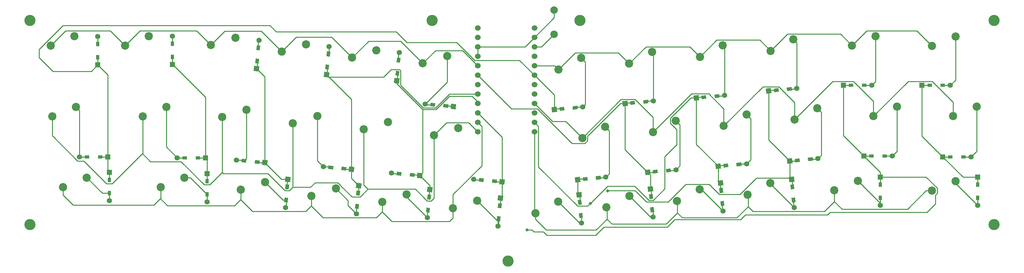
<source format=gbl>
%TF.GenerationSoftware,KiCad,Pcbnew,(5.1.6-0-10_14)*%
%TF.CreationDate,2020-08-12T22:04:00+09:00*%
%TF.ProjectId,cool836,636f6f6c-3833-4362-9e6b-696361645f70,rev?*%
%TF.SameCoordinates,Original*%
%TF.FileFunction,Copper,L2,Bot*%
%TF.FilePolarity,Positive*%
%FSLAX46Y46*%
G04 Gerber Fmt 4.6, Leading zero omitted, Abs format (unit mm)*
G04 Created by KiCad (PCBNEW (5.1.6-0-10_14)) date 2020-08-12 22:04:00*
%MOMM*%
%LPD*%
G01*
G04 APERTURE LIST*
%TA.AperFunction,ComponentPad*%
%ADD10C,1.524000*%
%TD*%
%TA.AperFunction,WasherPad*%
%ADD11C,3.000000*%
%TD*%
%TA.AperFunction,ComponentPad*%
%ADD12C,2.200000*%
%TD*%
%TA.AperFunction,ComponentPad*%
%ADD13C,1.397000*%
%TD*%
%TA.AperFunction,ComponentPad*%
%ADD14R,1.397000X1.397000*%
%TD*%
%TA.AperFunction,SMDPad,CuDef*%
%ADD15R,0.950000X1.300000*%
%TD*%
%TA.AperFunction,ComponentPad*%
%ADD16C,0.100000*%
%TD*%
%TA.AperFunction,SMDPad,CuDef*%
%ADD17C,0.100000*%
%TD*%
%TA.AperFunction,SMDPad,CuDef*%
%ADD18R,1.300000X0.950000*%
%TD*%
%TA.AperFunction,ComponentPad*%
%ADD19C,2.000000*%
%TD*%
%TA.AperFunction,ViaPad*%
%ADD20C,0.800000*%
%TD*%
%TA.AperFunction,Conductor*%
%ADD21C,0.250000*%
%TD*%
G04 APERTURE END LIST*
D10*
%TO.P,U1,1*%
%TO.N,Net-(U1-Pad1)*%
X171288600Y97978000D03*
%TO.P,U1,2*%
%TO.N,Net-(U1-Pad2)*%
X171288600Y95438000D03*
%TO.P,U1,3*%
%TO.N,GND*%
X171288600Y92898000D03*
%TO.P,U1,4*%
X171288600Y90358000D03*
%TO.P,U1,5*%
%TO.N,col0*%
X171288600Y87818000D03*
%TO.P,U1,6*%
%TO.N,row1*%
X171288600Y85278000D03*
%TO.P,U1,7*%
%TO.N,Net-(U1-Pad7)*%
X171288600Y82738000D03*
%TO.P,U1,8*%
%TO.N,row3*%
X171288600Y80198000D03*
%TO.P,U1,9*%
%TO.N,row4*%
X171288600Y77658000D03*
%TO.P,U1,10*%
%TO.N,row5*%
X171288600Y75118000D03*
%TO.P,U1,11*%
%TO.N,col2*%
X171288600Y72578000D03*
%TO.P,U1,12*%
%TO.N,col1*%
X171288600Y70038000D03*
%TO.P,U1,13*%
%TO.N,col5*%
X186508600Y70038000D03*
%TO.P,U1,14*%
%TO.N,row2*%
X186508600Y72578000D03*
%TO.P,U1,15*%
%TO.N,Net-(U1-Pad15)*%
X186508600Y75118000D03*
%TO.P,U1,16*%
%TO.N,col4*%
X186508600Y77658000D03*
%TO.P,U1,17*%
%TO.N,Net-(U1-Pad17)*%
X186508600Y80198000D03*
%TO.P,U1,18*%
%TO.N,Net-(U1-Pad18)*%
X186508600Y82738000D03*
%TO.P,U1,19*%
%TO.N,row0*%
X186508600Y85278000D03*
%TO.P,U1,20*%
%TO.N,col3*%
X186508600Y87818000D03*
%TO.P,U1,21*%
%TO.N,VCC*%
X186508600Y90358000D03*
%TO.P,U1,22*%
%TO.N,reset*%
X186508600Y92898000D03*
%TO.P,U1,23*%
%TO.N,GND*%
X186508600Y95438000D03*
%TO.P,U1,24*%
%TO.N,Net-(U1-Pad24)*%
X186508600Y97978000D03*
%TD*%
D11*
%TO.P,REF\u002A\u002A,*%
%TO.N,*%
X179400000Y35250000D03*
%TD*%
%TO.P,REF\u002A\u002A,*%
%TO.N,*%
X51000000Y45000000D03*
%TD*%
%TO.P,REF\u002A\u002A,*%
%TO.N,*%
X51000000Y100000000D03*
%TD*%
%TO.P,REF\u002A\u002A,*%
%TO.N,*%
X159000000Y100000000D03*
%TD*%
%TO.P,REF\u002A\u002A,*%
%TO.N,*%
X198725000Y100000000D03*
%TD*%
%TO.P,REF\u002A\u002A,*%
%TO.N,*%
X310000000Y45000000D03*
%TD*%
%TO.P,REF\u002A\u002A,*%
%TO.N,*%
X310000000Y100000000D03*
%TD*%
D12*
%TO.P,SW1,1*%
%TO.N,col0*%
X56590000Y93240000D03*
%TO.P,SW1,2*%
%TO.N,Net-(D1-Pad2)*%
X62940000Y95780000D03*
%TD*%
%TO.P,SW7,2*%
%TO.N,Net-(D7-Pad2)*%
X63340000Y76680000D03*
%TO.P,SW7,1*%
%TO.N,col1*%
X56990000Y74140000D03*
%TD*%
D13*
%TO.P,D1,2*%
%TO.N,Net-(D1-Pad2)*%
X69200000Y95635000D03*
D14*
%TO.P,D1,1*%
%TO.N,row0*%
X69200000Y88015000D03*
D15*
X69200000Y90050000D03*
%TO.P,D1,2*%
%TO.N,Net-(D1-Pad2)*%
X69200000Y93600000D03*
%TD*%
D13*
%TO.P,D2,2*%
%TO.N,Net-(D2-Pad2)*%
X89275000Y95785000D03*
D14*
%TO.P,D2,1*%
%TO.N,row1*%
X89275000Y88165000D03*
D15*
X89275000Y90200000D03*
%TO.P,D2,2*%
%TO.N,Net-(D2-Pad2)*%
X89275000Y93750000D03*
%TD*%
D13*
%TO.P,D3,2*%
%TO.N,Net-(D3-Pad2)*%
X112507063Y94620502D03*
%TA.AperFunction,ComponentPad*%
D16*
%TO.P,D3,1*%
%TO.N,row2*%
G36*
X112477901Y86272778D02*
G01*
X111086217Y86394534D01*
X111207973Y87786218D01*
X112599657Y87664462D01*
X112477901Y86272778D01*
G37*
%TD.AperFunction*%
%TA.AperFunction,SMDPad,CuDef*%
D17*
G36*
X112436840Y88367828D02*
G01*
X111490455Y88450626D01*
X111603758Y89745680D01*
X112550143Y89662882D01*
X112436840Y88367828D01*
G37*
%TD.AperFunction*%
%TA.AperFunction,SMDPad,CuDef*%
%TO.P,D3,2*%
%TO.N,Net-(D3-Pad2)*%
G36*
X112746242Y91904320D02*
G01*
X111799857Y91987118D01*
X111913160Y93282172D01*
X112859545Y93199374D01*
X112746242Y91904320D01*
G37*
%TD.AperFunction*%
%TD*%
D13*
%TO.P,D4,2*%
%TO.N,Net-(D4-Pad2)*%
X131332063Y92995502D03*
%TA.AperFunction,ComponentPad*%
D16*
%TO.P,D4,1*%
%TO.N,row3*%
G36*
X131302901Y84647778D02*
G01*
X129911217Y84769534D01*
X130032973Y86161218D01*
X131424657Y86039462D01*
X131302901Y84647778D01*
G37*
%TD.AperFunction*%
%TA.AperFunction,SMDPad,CuDef*%
D17*
G36*
X131261840Y86742828D02*
G01*
X130315455Y86825626D01*
X130428758Y88120680D01*
X131375143Y88037882D01*
X131261840Y86742828D01*
G37*
%TD.AperFunction*%
%TA.AperFunction,SMDPad,CuDef*%
%TO.P,D4,2*%
%TO.N,Net-(D4-Pad2)*%
G36*
X131571242Y90279320D02*
G01*
X130624857Y90362118D01*
X130738160Y91657172D01*
X131684545Y91574374D01*
X131571242Y90279320D01*
G37*
%TD.AperFunction*%
%TD*%
D13*
%TO.P,D5,2*%
%TO.N,Net-(D5-Pad2)*%
X150182063Y91345502D03*
%TA.AperFunction,ComponentPad*%
D16*
%TO.P,D5,1*%
%TO.N,row4*%
G36*
X150152901Y82997778D02*
G01*
X148761217Y83119534D01*
X148882973Y84511218D01*
X150274657Y84389462D01*
X150152901Y82997778D01*
G37*
%TD.AperFunction*%
%TA.AperFunction,SMDPad,CuDef*%
D17*
G36*
X150111840Y85092828D02*
G01*
X149165455Y85175626D01*
X149278758Y86470680D01*
X150225143Y86387882D01*
X150111840Y85092828D01*
G37*
%TD.AperFunction*%
%TA.AperFunction,SMDPad,CuDef*%
%TO.P,D5,2*%
%TO.N,Net-(D5-Pad2)*%
G36*
X150421242Y88629320D02*
G01*
X149474857Y88712118D01*
X149588160Y90007172D01*
X150534545Y89924374D01*
X150421242Y88629320D01*
G37*
%TD.AperFunction*%
%TD*%
D13*
%TO.P,D6,2*%
%TO.N,Net-(D6-Pad2)*%
X157154498Y77482063D03*
%TA.AperFunction,ComponentPad*%
D16*
%TO.P,D6,1*%
%TO.N,row5*%
G36*
X165502222Y77452901D02*
G01*
X165380466Y76061217D01*
X163988782Y76182973D01*
X164110538Y77574657D01*
X165502222Y77452901D01*
G37*
%TD.AperFunction*%
%TA.AperFunction,SMDPad,CuDef*%
D17*
G36*
X163407172Y77411840D02*
G01*
X163324374Y76465455D01*
X162029320Y76578758D01*
X162112118Y77525143D01*
X163407172Y77411840D01*
G37*
%TD.AperFunction*%
%TA.AperFunction,SMDPad,CuDef*%
%TO.P,D6,2*%
%TO.N,Net-(D6-Pad2)*%
G36*
X159870680Y77721242D02*
G01*
X159787882Y76774857D01*
X158492828Y76888160D01*
X158575626Y77834545D01*
X159870680Y77721242D01*
G37*
%TD.AperFunction*%
%TD*%
D18*
%TO.P,D7,2*%
%TO.N,Net-(D7-Pad2)*%
X66325000Y63200000D03*
%TO.P,D7,1*%
%TO.N,row0*%
X69875000Y63200000D03*
D14*
X71910000Y63200000D03*
D13*
%TO.P,D7,2*%
%TO.N,Net-(D7-Pad2)*%
X64290000Y63200000D03*
%TD*%
D18*
%TO.P,D8,2*%
%TO.N,Net-(D8-Pad2)*%
X92600000Y63025000D03*
%TO.P,D8,1*%
%TO.N,row1*%
X96150000Y63025000D03*
D14*
X98185000Y63025000D03*
D13*
%TO.P,D8,2*%
%TO.N,Net-(D8-Pad2)*%
X90565000Y63025000D03*
%TD*%
%TA.AperFunction,SMDPad,CuDef*%
D17*
%TO.P,D9,2*%
%TO.N,Net-(D9-Pad2)*%
G36*
X109195680Y62621242D02*
G01*
X109112882Y61674857D01*
X107817828Y61788160D01*
X107900626Y62734545D01*
X109195680Y62621242D01*
G37*
%TD.AperFunction*%
%TA.AperFunction,SMDPad,CuDef*%
%TO.P,D9,1*%
%TO.N,row2*%
G36*
X112732172Y62311840D02*
G01*
X112649374Y61365455D01*
X111354320Y61478758D01*
X111437118Y62425143D01*
X112732172Y62311840D01*
G37*
%TD.AperFunction*%
%TA.AperFunction,ComponentPad*%
D16*
G36*
X114827222Y62352901D02*
G01*
X114705466Y60961217D01*
X113313782Y61082973D01*
X113435538Y62474657D01*
X114827222Y62352901D01*
G37*
%TD.AperFunction*%
D13*
%TO.P,D9,2*%
%TO.N,Net-(D9-Pad2)*%
X106479498Y62382063D03*
%TD*%
%TA.AperFunction,SMDPad,CuDef*%
D17*
%TO.P,D10,2*%
%TO.N,Net-(D10-Pad2)*%
G36*
X132495680Y60821242D02*
G01*
X132412882Y59874857D01*
X131117828Y59988160D01*
X131200626Y60934545D01*
X132495680Y60821242D01*
G37*
%TD.AperFunction*%
%TA.AperFunction,SMDPad,CuDef*%
%TO.P,D10,1*%
%TO.N,row3*%
G36*
X136032172Y60511840D02*
G01*
X135949374Y59565455D01*
X134654320Y59678758D01*
X134737118Y60625143D01*
X136032172Y60511840D01*
G37*
%TD.AperFunction*%
%TA.AperFunction,ComponentPad*%
D16*
G36*
X138127222Y60552901D02*
G01*
X138005466Y59161217D01*
X136613782Y59282973D01*
X136735538Y60674657D01*
X138127222Y60552901D01*
G37*
%TD.AperFunction*%
D13*
%TO.P,D10,2*%
%TO.N,Net-(D10-Pad2)*%
X129779498Y60582063D03*
%TD*%
%TA.AperFunction,SMDPad,CuDef*%
D17*
%TO.P,D11,2*%
%TO.N,Net-(D11-Pad2)*%
G36*
X150845680Y59146242D02*
G01*
X150762882Y58199857D01*
X149467828Y58313160D01*
X149550626Y59259545D01*
X150845680Y59146242D01*
G37*
%TD.AperFunction*%
%TA.AperFunction,SMDPad,CuDef*%
%TO.P,D11,1*%
%TO.N,row4*%
G36*
X154382172Y58836840D02*
G01*
X154299374Y57890455D01*
X153004320Y58003758D01*
X153087118Y58950143D01*
X154382172Y58836840D01*
G37*
%TD.AperFunction*%
%TA.AperFunction,ComponentPad*%
D16*
G36*
X156477222Y58877901D02*
G01*
X156355466Y57486217D01*
X154963782Y57607973D01*
X155085538Y58999657D01*
X156477222Y58877901D01*
G37*
%TD.AperFunction*%
D13*
%TO.P,D11,2*%
%TO.N,Net-(D11-Pad2)*%
X148129498Y58907063D03*
%TD*%
%TO.P,D12,2*%
%TO.N,Net-(D12-Pad2)*%
X170204498Y57207063D03*
%TA.AperFunction,ComponentPad*%
D16*
%TO.P,D12,1*%
%TO.N,row5*%
G36*
X178552222Y57177901D02*
G01*
X178430466Y55786217D01*
X177038782Y55907973D01*
X177160538Y57299657D01*
X178552222Y57177901D01*
G37*
%TD.AperFunction*%
%TA.AperFunction,SMDPad,CuDef*%
D17*
G36*
X176457172Y57136840D02*
G01*
X176374374Y56190455D01*
X175079320Y56303758D01*
X175162118Y57250143D01*
X176457172Y57136840D01*
G37*
%TD.AperFunction*%
%TA.AperFunction,SMDPad,CuDef*%
%TO.P,D12,2*%
%TO.N,Net-(D12-Pad2)*%
G36*
X172920680Y57446242D02*
G01*
X172837882Y56499857D01*
X171542828Y56613160D01*
X171625626Y57559545D01*
X172920680Y57446242D01*
G37*
%TD.AperFunction*%
%TD*%
D13*
%TO.P,D13,2*%
%TO.N,Net-(D13-Pad2)*%
X72325000Y51440000D03*
D14*
%TO.P,D13,1*%
%TO.N,row0*%
X72325000Y59060000D03*
D15*
X72325000Y57025000D03*
%TO.P,D13,2*%
%TO.N,Net-(D13-Pad2)*%
X72325000Y53475000D03*
%TD*%
D13*
%TO.P,D14,2*%
%TO.N,Net-(D14-Pad2)*%
X98575000Y51140000D03*
D14*
%TO.P,D14,1*%
%TO.N,row1*%
X98575000Y58760000D03*
D15*
X98575000Y56725000D03*
%TO.P,D14,2*%
%TO.N,Net-(D14-Pad2)*%
X98575000Y53175000D03*
%TD*%
D13*
%TO.P,D15,2*%
%TO.N,Net-(D15-Pad2)*%
X119617937Y49604498D03*
%TA.AperFunction,ComponentPad*%
D16*
%TO.P,D15,1*%
%TO.N,row2*%
G36*
X119647099Y57952222D02*
G01*
X121038783Y57830466D01*
X120917027Y56438782D01*
X119525343Y56560538D01*
X119647099Y57952222D01*
G37*
%TD.AperFunction*%
%TA.AperFunction,SMDPad,CuDef*%
D17*
G36*
X119688160Y55857172D02*
G01*
X120634545Y55774374D01*
X120521242Y54479320D01*
X119574857Y54562118D01*
X119688160Y55857172D01*
G37*
%TD.AperFunction*%
%TA.AperFunction,SMDPad,CuDef*%
%TO.P,D15,2*%
%TO.N,Net-(D15-Pad2)*%
G36*
X119378758Y52320680D02*
G01*
X120325143Y52237882D01*
X120211840Y50942828D01*
X119265455Y51025626D01*
X119378758Y52320680D01*
G37*
%TD.AperFunction*%
%TD*%
D13*
%TO.P,D16,2*%
%TO.N,Net-(D16-Pad2)*%
X138667937Y47929498D03*
%TA.AperFunction,ComponentPad*%
D16*
%TO.P,D16,1*%
%TO.N,row3*%
G36*
X138697099Y56277222D02*
G01*
X140088783Y56155466D01*
X139967027Y54763782D01*
X138575343Y54885538D01*
X138697099Y56277222D01*
G37*
%TD.AperFunction*%
%TA.AperFunction,SMDPad,CuDef*%
D17*
G36*
X138738160Y54182172D02*
G01*
X139684545Y54099374D01*
X139571242Y52804320D01*
X138624857Y52887118D01*
X138738160Y54182172D01*
G37*
%TD.AperFunction*%
%TA.AperFunction,SMDPad,CuDef*%
%TO.P,D16,2*%
%TO.N,Net-(D16-Pad2)*%
G36*
X138428758Y50645680D02*
G01*
X139375143Y50562882D01*
X139261840Y49267828D01*
X138315455Y49350626D01*
X138428758Y50645680D01*
G37*
%TD.AperFunction*%
%TD*%
D13*
%TO.P,D17,2*%
%TO.N,Net-(D17-Pad2)*%
X157742937Y46879498D03*
%TA.AperFunction,ComponentPad*%
D16*
%TO.P,D17,1*%
%TO.N,row4*%
G36*
X157772099Y55227222D02*
G01*
X159163783Y55105466D01*
X159042027Y53713782D01*
X157650343Y53835538D01*
X157772099Y55227222D01*
G37*
%TD.AperFunction*%
%TA.AperFunction,SMDPad,CuDef*%
D17*
G36*
X157813160Y53132172D02*
G01*
X158759545Y53049374D01*
X158646242Y51754320D01*
X157699857Y51837118D01*
X157813160Y53132172D01*
G37*
%TD.AperFunction*%
%TA.AperFunction,SMDPad,CuDef*%
%TO.P,D17,2*%
%TO.N,Net-(D17-Pad2)*%
G36*
X157503758Y49595680D02*
G01*
X158450143Y49512882D01*
X158336840Y48217828D01*
X157390455Y48300626D01*
X157503758Y49595680D01*
G37*
%TD.AperFunction*%
%TD*%
%TA.AperFunction,SMDPad,CuDef*%
%TO.P,D18,2*%
%TO.N,Net-(D18-Pad2)*%
G36*
X176478758Y47295680D02*
G01*
X177425143Y47212882D01*
X177311840Y45917828D01*
X176365455Y46000626D01*
X176478758Y47295680D01*
G37*
%TD.AperFunction*%
%TA.AperFunction,SMDPad,CuDef*%
%TO.P,D18,1*%
%TO.N,row5*%
G36*
X176788160Y50832172D02*
G01*
X177734545Y50749374D01*
X177621242Y49454320D01*
X176674857Y49537118D01*
X176788160Y50832172D01*
G37*
%TD.AperFunction*%
%TA.AperFunction,ComponentPad*%
D16*
G36*
X176747099Y52927222D02*
G01*
X178138783Y52805466D01*
X178017027Y51413782D01*
X176625343Y51535538D01*
X176747099Y52927222D01*
G37*
%TD.AperFunction*%
D13*
%TO.P,D18,2*%
%TO.N,Net-(D18-Pad2)*%
X176717937Y44579498D03*
%TD*%
%TA.AperFunction,SMDPad,CuDef*%
D17*
%TO.P,D19,2*%
%TO.N,Net-(D19-Pad2)*%
G36*
X196830364Y75954558D02*
G01*
X196747566Y76900943D01*
X198042620Y77014246D01*
X198125418Y76067861D01*
X196830364Y75954558D01*
G37*
%TD.AperFunction*%
%TA.AperFunction,SMDPad,CuDef*%
%TO.P,D19,1*%
%TO.N,row0*%
G36*
X193293872Y75645156D02*
G01*
X193211074Y76591541D01*
X194506128Y76704844D01*
X194588926Y75758459D01*
X193293872Y75645156D01*
G37*
%TD.AperFunction*%
%TA.AperFunction,ComponentPad*%
D16*
G36*
X191237780Y75240918D02*
G01*
X191116024Y76632602D01*
X192507708Y76754358D01*
X192629464Y75362674D01*
X191237780Y75240918D01*
G37*
%TD.AperFunction*%
D13*
%TO.P,D19,2*%
%TO.N,Net-(D19-Pad2)*%
X199463748Y76661764D03*
%TD*%
%TA.AperFunction,SMDPad,CuDef*%
D17*
%TO.P,D20,2*%
%TO.N,Net-(D20-Pad2)*%
G36*
X215812118Y77574857D02*
G01*
X215729320Y78521242D01*
X217024374Y78634545D01*
X217107172Y77688160D01*
X215812118Y77574857D01*
G37*
%TD.AperFunction*%
%TA.AperFunction,SMDPad,CuDef*%
%TO.P,D20,1*%
%TO.N,row1*%
G36*
X212275626Y77265455D02*
G01*
X212192828Y78211840D01*
X213487882Y78325143D01*
X213570680Y77378758D01*
X212275626Y77265455D01*
G37*
%TD.AperFunction*%
%TA.AperFunction,ComponentPad*%
D16*
G36*
X210219534Y76861217D02*
G01*
X210097778Y78252901D01*
X211489462Y78374657D01*
X211611218Y76982973D01*
X210219534Y76861217D01*
G37*
%TD.AperFunction*%
D13*
%TO.P,D20,2*%
%TO.N,Net-(D20-Pad2)*%
X218445502Y78282063D03*
%TD*%
%TA.AperFunction,SMDPad,CuDef*%
D17*
%TO.P,D21,2*%
%TO.N,Net-(D21-Pad2)*%
G36*
X234962118Y79099857D02*
G01*
X234879320Y80046242D01*
X236174374Y80159545D01*
X236257172Y79213160D01*
X234962118Y79099857D01*
G37*
%TD.AperFunction*%
%TA.AperFunction,SMDPad,CuDef*%
%TO.P,D21,1*%
%TO.N,row2*%
G36*
X231425626Y78790455D02*
G01*
X231342828Y79736840D01*
X232637882Y79850143D01*
X232720680Y78903758D01*
X231425626Y78790455D01*
G37*
%TD.AperFunction*%
%TA.AperFunction,ComponentPad*%
D16*
G36*
X229369534Y78386217D02*
G01*
X229247778Y79777901D01*
X230639462Y79899657D01*
X230761218Y78507973D01*
X229369534Y78386217D01*
G37*
%TD.AperFunction*%
D13*
%TO.P,D21,2*%
%TO.N,Net-(D21-Pad2)*%
X237595502Y79807063D03*
%TD*%
%TA.AperFunction,SMDPad,CuDef*%
D17*
%TO.P,D22,2*%
%TO.N,Net-(D22-Pad2)*%
G36*
X254387118Y80999857D02*
G01*
X254304320Y81946242D01*
X255599374Y82059545D01*
X255682172Y81113160D01*
X254387118Y80999857D01*
G37*
%TD.AperFunction*%
%TA.AperFunction,SMDPad,CuDef*%
%TO.P,D22,1*%
%TO.N,row3*%
G36*
X250850626Y80690455D02*
G01*
X250767828Y81636840D01*
X252062882Y81750143D01*
X252145680Y80803758D01*
X250850626Y80690455D01*
G37*
%TD.AperFunction*%
%TA.AperFunction,ComponentPad*%
D16*
G36*
X248794534Y80286217D02*
G01*
X248672778Y81677901D01*
X250064462Y81799657D01*
X250186218Y80407973D01*
X248794534Y80286217D01*
G37*
%TD.AperFunction*%
D13*
%TO.P,D22,2*%
%TO.N,Net-(D22-Pad2)*%
X257020502Y81707063D03*
%TD*%
D18*
%TO.P,D23,2*%
%TO.N,Net-(D23-Pad2)*%
X275075000Y82550000D03*
%TO.P,D23,1*%
%TO.N,row4*%
X271525000Y82550000D03*
D14*
X269490000Y82550000D03*
D13*
%TO.P,D23,2*%
%TO.N,Net-(D23-Pad2)*%
X277110000Y82550000D03*
%TD*%
%TO.P,D24,2*%
%TO.N,Net-(D24-Pad2)*%
X298260000Y82550000D03*
D14*
%TO.P,D24,1*%
%TO.N,row5*%
X290640000Y82550000D03*
D18*
X292675000Y82550000D03*
%TO.P,D24,2*%
%TO.N,Net-(D24-Pad2)*%
X296225000Y82550000D03*
%TD*%
D13*
%TO.P,D25,2*%
%TO.N,Net-(D25-Pad2)*%
X205720502Y57807063D03*
%TA.AperFunction,ComponentPad*%
D16*
%TO.P,D25,1*%
%TO.N,row0*%
G36*
X197494534Y56386217D02*
G01*
X197372778Y57777901D01*
X198764462Y57899657D01*
X198886218Y56507973D01*
X197494534Y56386217D01*
G37*
%TD.AperFunction*%
%TA.AperFunction,SMDPad,CuDef*%
D17*
G36*
X199550626Y56790455D02*
G01*
X199467828Y57736840D01*
X200762882Y57850143D01*
X200845680Y56903758D01*
X199550626Y56790455D01*
G37*
%TD.AperFunction*%
%TA.AperFunction,SMDPad,CuDef*%
%TO.P,D25,2*%
%TO.N,Net-(D25-Pad2)*%
G36*
X203087118Y57099857D02*
G01*
X203004320Y58046242D01*
X204299374Y58159545D01*
X204382172Y57213160D01*
X203087118Y57099857D01*
G37*
%TD.AperFunction*%
%TD*%
D13*
%TO.P,D26,2*%
%TO.N,Net-(D26-Pad2)*%
X224538748Y59786764D03*
%TA.AperFunction,ComponentPad*%
D16*
%TO.P,D26,1*%
%TO.N,row1*%
G36*
X216312780Y58365918D02*
G01*
X216191024Y59757602D01*
X217582708Y59879358D01*
X217704464Y58487674D01*
X216312780Y58365918D01*
G37*
%TD.AperFunction*%
%TA.AperFunction,SMDPad,CuDef*%
D17*
G36*
X218368872Y58770156D02*
G01*
X218286074Y59716541D01*
X219581128Y59829844D01*
X219663926Y58883459D01*
X218368872Y58770156D01*
G37*
%TD.AperFunction*%
%TA.AperFunction,SMDPad,CuDef*%
%TO.P,D26,2*%
%TO.N,Net-(D26-Pad2)*%
G36*
X221905364Y59079558D02*
G01*
X221822566Y60025943D01*
X223117620Y60139246D01*
X223200418Y59192861D01*
X221905364Y59079558D01*
G37*
%TD.AperFunction*%
%TD*%
D13*
%TO.P,D27,2*%
%TO.N,Net-(D27-Pad2)*%
X243488748Y61411764D03*
%TA.AperFunction,ComponentPad*%
D16*
%TO.P,D27,1*%
%TO.N,row2*%
G36*
X235262780Y59990918D02*
G01*
X235141024Y61382602D01*
X236532708Y61504358D01*
X236654464Y60112674D01*
X235262780Y59990918D01*
G37*
%TD.AperFunction*%
%TA.AperFunction,SMDPad,CuDef*%
D17*
G36*
X237318872Y60395156D02*
G01*
X237236074Y61341541D01*
X238531128Y61454844D01*
X238613926Y60508459D01*
X237318872Y60395156D01*
G37*
%TD.AperFunction*%
%TA.AperFunction,SMDPad,CuDef*%
%TO.P,D27,2*%
%TO.N,Net-(D27-Pad2)*%
G36*
X240855364Y60704558D02*
G01*
X240772566Y61650943D01*
X242067620Y61764246D01*
X242150418Y60817861D01*
X240855364Y60704558D01*
G37*
%TD.AperFunction*%
%TD*%
D13*
%TO.P,D28,2*%
%TO.N,Net-(D28-Pad2)*%
X262695502Y62807063D03*
%TA.AperFunction,ComponentPad*%
D16*
%TO.P,D28,1*%
%TO.N,row3*%
G36*
X254469534Y61386217D02*
G01*
X254347778Y62777901D01*
X255739462Y62899657D01*
X255861218Y61507973D01*
X254469534Y61386217D01*
G37*
%TD.AperFunction*%
%TA.AperFunction,SMDPad,CuDef*%
D17*
G36*
X256525626Y61790455D02*
G01*
X256442828Y62736840D01*
X257737882Y62850143D01*
X257820680Y61903758D01*
X256525626Y61790455D01*
G37*
%TD.AperFunction*%
%TA.AperFunction,SMDPad,CuDef*%
%TO.P,D28,2*%
%TO.N,Net-(D28-Pad2)*%
G36*
X260062118Y62099857D02*
G01*
X259979320Y63046242D01*
X261274374Y63159545D01*
X261357172Y62213160D01*
X260062118Y62099857D01*
G37*
%TD.AperFunction*%
%TD*%
D13*
%TO.P,D29,2*%
%TO.N,Net-(D29-Pad2)*%
X282660000Y63475000D03*
D14*
%TO.P,D29,1*%
%TO.N,row4*%
X275040000Y63475000D03*
D18*
X277075000Y63475000D03*
%TO.P,D29,2*%
%TO.N,Net-(D29-Pad2)*%
X280625000Y63475000D03*
%TD*%
%TO.P,D30,2*%
%TO.N,Net-(D30-Pad2)*%
X301800000Y63250000D03*
%TO.P,D30,1*%
%TO.N,row5*%
X298250000Y63250000D03*
D14*
X296215000Y63250000D03*
D13*
%TO.P,D30,2*%
%TO.N,Net-(D30-Pad2)*%
X303835000Y63250000D03*
%TD*%
%TA.AperFunction,SMDPad,CuDef*%
D17*
%TO.P,D31,2*%
%TO.N,Net-(D31-Pad2)*%
G36*
X198474857Y48087882D02*
G01*
X199421242Y48170680D01*
X199534545Y46875626D01*
X198588160Y46792828D01*
X198474857Y48087882D01*
G37*
%TD.AperFunction*%
%TA.AperFunction,SMDPad,CuDef*%
%TO.P,D31,1*%
%TO.N,row0*%
G36*
X198165455Y51624374D02*
G01*
X199111840Y51707172D01*
X199225143Y50412118D01*
X198278758Y50329320D01*
X198165455Y51624374D01*
G37*
%TD.AperFunction*%
%TA.AperFunction,ComponentPad*%
D16*
G36*
X197761217Y53680466D02*
G01*
X199152901Y53802222D01*
X199274657Y52410538D01*
X197882973Y52288782D01*
X197761217Y53680466D01*
G37*
%TD.AperFunction*%
D13*
%TO.P,D31,2*%
%TO.N,Net-(D31-Pad2)*%
X199182063Y45454498D03*
%TD*%
%TA.AperFunction,SMDPad,CuDef*%
D17*
%TO.P,D32,2*%
%TO.N,Net-(D32-Pad2)*%
G36*
X217629558Y49669636D02*
G01*
X218575943Y49752434D01*
X218689246Y48457380D01*
X217742861Y48374582D01*
X217629558Y49669636D01*
G37*
%TD.AperFunction*%
%TA.AperFunction,SMDPad,CuDef*%
%TO.P,D32,1*%
%TO.N,row1*%
G36*
X217320156Y53206128D02*
G01*
X218266541Y53288926D01*
X218379844Y51993872D01*
X217433459Y51911074D01*
X217320156Y53206128D01*
G37*
%TD.AperFunction*%
%TA.AperFunction,ComponentPad*%
D16*
G36*
X216915918Y55262220D02*
G01*
X218307602Y55383976D01*
X218429358Y53992292D01*
X217037674Y53870536D01*
X216915918Y55262220D01*
G37*
%TD.AperFunction*%
D13*
%TO.P,D32,2*%
%TO.N,Net-(D32-Pad2)*%
X218336764Y47036252D03*
%TD*%
%TA.AperFunction,SMDPad,CuDef*%
D17*
%TO.P,D33,2*%
%TO.N,Net-(D33-Pad2)*%
G36*
X236474857Y51287882D02*
G01*
X237421242Y51370680D01*
X237534545Y50075626D01*
X236588160Y49992828D01*
X236474857Y51287882D01*
G37*
%TD.AperFunction*%
%TA.AperFunction,SMDPad,CuDef*%
%TO.P,D33,1*%
%TO.N,row2*%
G36*
X236165455Y54824374D02*
G01*
X237111840Y54907172D01*
X237225143Y53612118D01*
X236278758Y53529320D01*
X236165455Y54824374D01*
G37*
%TD.AperFunction*%
%TA.AperFunction,ComponentPad*%
D16*
G36*
X235761217Y56880466D02*
G01*
X237152901Y57002222D01*
X237274657Y55610538D01*
X235882973Y55488782D01*
X235761217Y56880466D01*
G37*
%TD.AperFunction*%
D13*
%TO.P,D33,2*%
%TO.N,Net-(D33-Pad2)*%
X237182063Y48654498D03*
%TD*%
%TA.AperFunction,SMDPad,CuDef*%
D17*
%TO.P,D34,2*%
%TO.N,Net-(D34-Pad2)*%
G36*
X255574857Y52262882D02*
G01*
X256521242Y52345680D01*
X256634545Y51050626D01*
X255688160Y50967828D01*
X255574857Y52262882D01*
G37*
%TD.AperFunction*%
%TA.AperFunction,SMDPad,CuDef*%
%TO.P,D34,1*%
%TO.N,row3*%
G36*
X255265455Y55799374D02*
G01*
X256211840Y55882172D01*
X256325143Y54587118D01*
X255378758Y54504320D01*
X255265455Y55799374D01*
G37*
%TD.AperFunction*%
%TA.AperFunction,ComponentPad*%
D16*
G36*
X254861217Y57855466D02*
G01*
X256252901Y57977222D01*
X256374657Y56585538D01*
X254982973Y56463782D01*
X254861217Y57855466D01*
G37*
%TD.AperFunction*%
D13*
%TO.P,D34,2*%
%TO.N,Net-(D34-Pad2)*%
X256282063Y49629498D03*
%TD*%
D15*
%TO.P,D35,2*%
%TO.N,Net-(D35-Pad2)*%
X279450000Y52225000D03*
%TO.P,D35,1*%
%TO.N,row4*%
X279450000Y55775000D03*
D14*
X279450000Y57810000D03*
D13*
%TO.P,D35,2*%
%TO.N,Net-(D35-Pad2)*%
X279450000Y50190000D03*
%TD*%
D15*
%TO.P,D36,2*%
%TO.N,Net-(D36-Pad2)*%
X305575000Y52225000D03*
%TO.P,D36,1*%
%TO.N,row5*%
X305575000Y55775000D03*
D14*
X305575000Y57810000D03*
D13*
%TO.P,D36,2*%
%TO.N,Net-(D36-Pad2)*%
X305575000Y50190000D03*
%TD*%
D12*
%TO.P,SW2,1*%
%TO.N,col0*%
X76590000Y93240000D03*
%TO.P,SW2,2*%
%TO.N,Net-(D2-Pad2)*%
X82940000Y95780000D03*
%TD*%
%TO.P,SW3,1*%
%TO.N,col0*%
X99625874Y93362398D03*
%TO.P,SW3,2*%
%TO.N,Net-(D3-Pad2)*%
X106173086Y95339293D03*
%TD*%
%TO.P,SW4,1*%
%TO.N,col0*%
X118625874Y91562398D03*
%TO.P,SW4,2*%
%TO.N,Net-(D4-Pad2)*%
X125173086Y93539293D03*
%TD*%
%TO.P,SW5,1*%
%TO.N,col0*%
X137525874Y89962398D03*
%TO.P,SW5,2*%
%TO.N,Net-(D5-Pad2)*%
X144073086Y91939293D03*
%TD*%
%TO.P,SW6,1*%
%TO.N,col0*%
X156525874Y88462398D03*
%TO.P,SW6,2*%
%TO.N,Net-(D6-Pad2)*%
X163073086Y90439293D03*
%TD*%
%TO.P,SW8,2*%
%TO.N,Net-(D8-Pad2)*%
X87640000Y76680000D03*
%TO.P,SW8,1*%
%TO.N,col1*%
X81290000Y74140000D03*
%TD*%
%TO.P,SW9,2*%
%TO.N,Net-(D9-Pad2)*%
X109173086Y75939293D03*
%TO.P,SW9,1*%
%TO.N,col1*%
X102625874Y73962398D03*
%TD*%
%TO.P,SW10,2*%
%TO.N,Net-(D10-Pad2)*%
X128173086Y74239293D03*
%TO.P,SW10,1*%
%TO.N,col1*%
X121625874Y72262398D03*
%TD*%
%TO.P,SW11,2*%
%TO.N,Net-(D11-Pad2)*%
X147173086Y72639293D03*
%TO.P,SW11,1*%
%TO.N,col1*%
X140625874Y70662398D03*
%TD*%
%TO.P,SW12,2*%
%TO.N,Net-(D12-Pad2)*%
X166073086Y71039293D03*
%TO.P,SW12,1*%
%TO.N,col1*%
X159525874Y69062398D03*
%TD*%
%TO.P,SW13,1*%
%TO.N,col2*%
X59890000Y55140000D03*
%TO.P,SW13,2*%
%TO.N,Net-(D13-Pad2)*%
X66240000Y57680000D03*
%TD*%
%TO.P,SW14,1*%
%TO.N,col2*%
X86090000Y55140000D03*
%TO.P,SW14,2*%
%TO.N,Net-(D14-Pad2)*%
X92440000Y57680000D03*
%TD*%
%TO.P,SW15,1*%
%TO.N,col2*%
X107625874Y54462398D03*
%TO.P,SW15,2*%
%TO.N,Net-(D15-Pad2)*%
X114173086Y56439293D03*
%TD*%
%TO.P,SW16,1*%
%TO.N,col2*%
X126625874Y52762398D03*
%TO.P,SW16,2*%
%TO.N,Net-(D16-Pad2)*%
X133173086Y54739293D03*
%TD*%
%TO.P,SW17,1*%
%TO.N,col2*%
X145625874Y51162398D03*
%TO.P,SW17,2*%
%TO.N,Net-(D17-Pad2)*%
X152173086Y53139293D03*
%TD*%
%TO.P,SW18,1*%
%TO.N,col2*%
X164625874Y49462398D03*
%TO.P,SW18,2*%
%TO.N,Net-(D18-Pad2)*%
X171173086Y51439293D03*
%TD*%
%TO.P,SW19,2*%
%TO.N,Net-(D19-Pad2)*%
X199087583Y89882045D03*
%TO.P,SW19,1*%
%TO.N,col3*%
X192983123Y86798271D03*
%TD*%
%TO.P,SW20,2*%
%TO.N,Net-(D20-Pad2)*%
X218087583Y91482045D03*
%TO.P,SW20,1*%
%TO.N,col3*%
X211983123Y88398271D03*
%TD*%
%TO.P,SW21,2*%
%TO.N,Net-(D21-Pad2)*%
X237087583Y93282045D03*
%TO.P,SW21,1*%
%TO.N,col3*%
X230983123Y90198271D03*
%TD*%
%TO.P,SW22,2*%
%TO.N,Net-(D22-Pad2)*%
X256087583Y94882045D03*
%TO.P,SW22,1*%
%TO.N,col3*%
X249983123Y91798271D03*
%TD*%
%TO.P,SW23,2*%
%TO.N,Net-(D23-Pad2)*%
X278140000Y95780000D03*
%TO.P,SW23,1*%
%TO.N,col3*%
X271790000Y93240000D03*
%TD*%
%TO.P,SW24,2*%
%TO.N,Net-(D24-Pad2)*%
X299640000Y95680000D03*
%TO.P,SW24,1*%
%TO.N,col3*%
X293290000Y93140000D03*
%TD*%
%TO.P,SW25,1*%
%TO.N,col4*%
X199383123Y68298271D03*
%TO.P,SW25,2*%
%TO.N,Net-(D25-Pad2)*%
X205487583Y71382045D03*
%TD*%
%TO.P,SW26,1*%
%TO.N,col4*%
X218383123Y69898271D03*
%TO.P,SW26,2*%
%TO.N,Net-(D26-Pad2)*%
X224487583Y72982045D03*
%TD*%
%TO.P,SW27,1*%
%TO.N,col4*%
X237383123Y71598271D03*
%TO.P,SW27,2*%
%TO.N,Net-(D27-Pad2)*%
X243487583Y74682045D03*
%TD*%
%TO.P,SW28,1*%
%TO.N,col4*%
X256383123Y73298271D03*
%TO.P,SW28,2*%
%TO.N,Net-(D28-Pad2)*%
X262487583Y76382045D03*
%TD*%
%TO.P,SW29,1*%
%TO.N,col4*%
X277590000Y74240000D03*
%TO.P,SW29,2*%
%TO.N,Net-(D29-Pad2)*%
X283940000Y76780000D03*
%TD*%
%TO.P,SW30,1*%
%TO.N,col4*%
X298990000Y74240000D03*
%TO.P,SW30,2*%
%TO.N,Net-(D30-Pad2)*%
X305340000Y76780000D03*
%TD*%
%TO.P,SW31,2*%
%TO.N,Net-(D31-Pad2)*%
X192887583Y51182045D03*
%TO.P,SW31,1*%
%TO.N,col5*%
X186783123Y48098271D03*
%TD*%
%TO.P,SW32,2*%
%TO.N,Net-(D32-Pad2)*%
X211987583Y52782045D03*
%TO.P,SW32,1*%
%TO.N,col5*%
X205883123Y49698271D03*
%TD*%
%TO.P,SW33,2*%
%TO.N,Net-(D33-Pad2)*%
X230887583Y54482045D03*
%TO.P,SW33,1*%
%TO.N,col5*%
X224783123Y51398271D03*
%TD*%
%TO.P,SW34,2*%
%TO.N,Net-(D34-Pad2)*%
X249887583Y56182045D03*
%TO.P,SW34,1*%
%TO.N,col5*%
X243783123Y53098271D03*
%TD*%
%TO.P,SW35,2*%
%TO.N,Net-(D35-Pad2)*%
X273440000Y56780000D03*
%TO.P,SW35,1*%
%TO.N,col5*%
X267090000Y54240000D03*
%TD*%
%TO.P,SW36,2*%
%TO.N,Net-(D36-Pad2)*%
X299640000Y56680000D03*
%TO.P,SW36,1*%
%TO.N,col5*%
X293290000Y54140000D03*
%TD*%
D19*
%TO.P,SW37,1*%
%TO.N,reset*%
X191825000Y96275000D03*
%TO.P,SW37,2*%
%TO.N,GND*%
X191825000Y102775000D03*
%TD*%
D20*
%TO.N,row2*%
X201500000Y50700000D03*
%TO.N,row3*%
X206227232Y54127232D03*
%TO.N,row4*%
X184500000Y43575000D03*
%TD*%
D21*
%TO.N,Net-(D1-Pad2)*%
X69200000Y94750000D02*
X69200000Y95635000D01*
X69200000Y94750000D02*
X69200000Y93600000D01*
%TO.N,row0*%
X198695299Y52868140D02*
X198517937Y53045502D01*
X198695299Y51018246D02*
X198695299Y52868140D01*
X198129498Y53433941D02*
X198517937Y53045502D01*
X198129498Y57142937D02*
X198129498Y53433941D01*
X198306860Y57320299D02*
X198129498Y57142937D01*
X200156754Y57320299D02*
X198306860Y57320299D01*
X192050106Y76175000D02*
X191872744Y75997638D01*
X193900000Y76175000D02*
X192050106Y76175000D01*
X69200000Y88015000D02*
X69200000Y90050000D01*
X71910000Y63200000D02*
X69875000Y63200000D01*
X71910000Y59475000D02*
X72325000Y59060000D01*
X71910000Y63200000D02*
X71910000Y59475000D01*
X72325000Y59060000D02*
X72325000Y57025000D01*
X71910000Y85305000D02*
X69200000Y88015000D01*
%TO.N,Net-(D2-Pad2)*%
X89275000Y93750000D02*
X89275000Y95785000D01*
%TO.N,row1*%
X89275000Y90200000D02*
X89275000Y88165000D01*
X98575000Y56725000D02*
X98575000Y58760000D01*
X98575000Y62635000D02*
X98185000Y63025000D01*
X98575000Y58760000D02*
X98575000Y62635000D01*
X217850000Y54449894D02*
X217672638Y54627256D01*
X217850000Y52600000D02*
X217850000Y54449894D01*
X217672638Y58397744D02*
X216947744Y59122638D01*
X217672638Y54627256D02*
X217672638Y58397744D01*
X218797638Y59122638D02*
X218975000Y59300000D01*
X216947744Y59122638D02*
X218797638Y59122638D01*
X211031860Y77795299D02*
X210854498Y77617937D01*
X212881754Y77795299D02*
X211031860Y77795299D01*
X212881754Y63188628D02*
X216947744Y59122638D01*
X210854498Y65215884D02*
X216947744Y59122638D01*
X210854498Y77617937D02*
X210854498Y65215884D01*
%TO.N,row0*%
X186565650Y85332250D02*
X186511400Y85278000D01*
X191872744Y79913856D02*
X191872744Y75997638D01*
X186508600Y85278000D02*
X191872744Y79913856D01*
X67485000Y86300000D02*
X69200000Y88015000D01*
X57175000Y86300000D02*
X67485000Y86300000D01*
X53450000Y90025000D02*
X57175000Y86300000D01*
X186508600Y85278000D02*
X182515601Y89270999D01*
X165668010Y94075000D02*
X152275000Y94075000D01*
X53450000Y92209002D02*
X53450000Y90025000D01*
X59865998Y98625000D02*
X53450000Y92209002D01*
X182515601Y89270999D02*
X170472011Y89270999D01*
X115500000Y98625000D02*
X59865998Y98625000D01*
X117150000Y96975000D02*
X115500000Y98625000D01*
X170472011Y89270999D02*
X165668010Y94075000D01*
X149375000Y96975000D02*
X117150000Y96975000D01*
X152275000Y94075000D02*
X149375000Y96975000D01*
X71910000Y63200000D02*
X71910000Y85305000D01*
%TO.N,row1*%
X200808124Y67614270D02*
X200067124Y66873270D01*
X200808124Y68811588D02*
X200808124Y67614270D01*
X209614473Y77617937D02*
X200808124Y68811588D01*
X210854498Y77617937D02*
X209614473Y77617937D01*
X89275000Y88165000D02*
X89385000Y88165000D01*
X98185000Y79365000D02*
X98185000Y63025000D01*
X89385000Y88165000D02*
X98185000Y79365000D01*
X98185000Y63025000D02*
X96150000Y63025000D01*
X196656920Y66873270D02*
X199876730Y66873270D01*
X187325189Y76205001D02*
X196656920Y66873270D01*
X199876730Y66873270D02*
X198699122Y66873270D01*
X180361599Y76205001D02*
X187325189Y76205001D01*
X171288600Y85278000D02*
X180361599Y76205001D01*
X200067124Y66873270D02*
X199876730Y66873270D01*
%TO.N,Net-(D3-Pad2)*%
X112329701Y94443140D02*
X112507063Y94620502D01*
X112329701Y92593246D02*
X112329701Y94443140D01*
%TO.N,row2*%
X120104701Y57018140D02*
X120282063Y57195502D01*
X120104701Y55168246D02*
X120104701Y57018140D01*
X118592937Y57195502D02*
X114070502Y61717937D01*
X120282063Y57195502D02*
X118592937Y57195502D01*
X112220608Y61717937D02*
X112043246Y61895299D01*
X114070502Y61717937D02*
X112220608Y61717937D01*
X114070502Y84801933D02*
X114070502Y61717937D01*
X111842937Y87029498D02*
X114070502Y84801933D01*
X112020299Y87206860D02*
X111842937Y87029498D01*
X112020299Y89056754D02*
X112020299Y87206860D01*
X236075106Y60925000D02*
X235897744Y60747638D01*
X237925000Y60925000D02*
X236075106Y60925000D01*
X235897744Y56865695D02*
X236517937Y56245502D01*
X235897744Y60747638D02*
X235897744Y56865695D01*
X236517937Y54395608D02*
X236695299Y54218246D01*
X236517937Y56245502D02*
X236517937Y54395608D01*
X230004498Y66640884D02*
X235897744Y60747638D01*
X230004498Y79142937D02*
X230004498Y66640884D01*
X230181860Y79320299D02*
X230004498Y79142937D01*
X232031754Y79320299D02*
X230181860Y79320299D01*
X223062582Y73666046D02*
X228539473Y79142937D01*
X224725001Y70635625D02*
X223062582Y72298044D01*
X217298834Y51586064D02*
X218431672Y51586064D01*
X223062582Y72298044D02*
X223062582Y73666046D01*
X218431672Y51586064D02*
X221497556Y54651948D01*
X224725001Y66583999D02*
X224725001Y70635625D01*
X221497556Y63356554D02*
X224725001Y66583999D01*
X221497556Y54651948D02*
X221497556Y63356554D01*
X213488054Y55396844D02*
X217298834Y51586064D01*
X206196844Y55396844D02*
X213488054Y55396844D01*
X228539473Y79142937D02*
X230004498Y79142937D01*
X200804310Y50004310D02*
X201500000Y50700000D01*
X187595601Y71490999D02*
X187595601Y60552842D01*
X187595601Y60552842D02*
X198144133Y50004310D01*
X186508600Y72578000D02*
X187595601Y71490999D01*
X201500000Y50700000D02*
X206196844Y55396844D01*
X198144133Y50004310D02*
X200804310Y50004310D01*
%TO.N,Net-(D4-Pad2)*%
X131332063Y91145608D02*
X131154701Y90968246D01*
X131332063Y92995502D02*
X131332063Y91145608D01*
%TO.N,row3*%
X130845299Y85581860D02*
X130667937Y85404498D01*
X130845299Y87431754D02*
X130845299Y85581860D01*
X137370502Y78701933D02*
X137370502Y59917937D01*
X130667937Y85404498D02*
X137370502Y78701933D01*
X135520608Y59917937D02*
X135343246Y60095299D01*
X137370502Y59917937D02*
X135520608Y59917937D01*
X137370502Y57482063D02*
X139332063Y55520502D01*
X137370502Y59917937D02*
X137370502Y57482063D01*
X139332063Y53670608D02*
X139154701Y53493246D01*
X139332063Y55520502D02*
X139332063Y53670608D01*
X249606860Y81220299D02*
X249429498Y81042937D01*
X251456754Y81220299D02*
X249606860Y81220299D01*
X249429498Y67817937D02*
X255104498Y62142937D01*
X249429498Y81042937D02*
X249429498Y67817937D01*
X256954392Y62142937D02*
X257131754Y62320299D01*
X255104498Y62142937D02*
X256954392Y62142937D01*
X255104498Y57733941D02*
X255617937Y57220502D01*
X255104498Y62142937D02*
X255104498Y57733941D01*
X255795299Y57043140D02*
X255617937Y57220502D01*
X255795299Y55193246D02*
X255795299Y57043140D01*
X255231393Y57607046D02*
X255617937Y57220502D01*
X246182896Y57607046D02*
X255231393Y57607046D01*
X236144133Y53204310D02*
X241780160Y53204310D01*
X233441397Y55907046D02*
X236144133Y53204310D01*
X227182896Y55907046D02*
X233441397Y55907046D01*
X222411904Y51136054D02*
X227182896Y55907046D01*
X216638946Y51136054D02*
X222411904Y51136054D01*
X213567954Y54207046D02*
X216638946Y51136054D01*
X241780160Y53204310D02*
X246182896Y57607046D01*
X131297436Y84774999D02*
X130667937Y85404498D01*
X146017421Y84774999D02*
X131297436Y84774999D01*
X148038112Y86795690D02*
X146017421Y84774999D01*
X150599667Y86472994D02*
X150276971Y86795690D01*
X150599667Y82522112D02*
X150599667Y86472994D01*
X150276971Y86795690D02*
X148038112Y86795690D01*
X156671932Y76449847D02*
X150599667Y82522112D01*
X159922508Y76449847D02*
X156671932Y76449847D01*
X163670661Y80198000D02*
X159922508Y76449847D01*
X171288600Y80198000D02*
X163670661Y80198000D01*
X208832046Y54207046D02*
X206307046Y54207046D01*
X208282896Y54207046D02*
X208832046Y54207046D01*
X206307046Y54207046D02*
X206227232Y54127232D01*
X208832046Y54207046D02*
X213567954Y54207046D01*
%TO.N,Net-(D5-Pad2)*%
X150004701Y91168140D02*
X150182063Y91345502D01*
X150004701Y89318246D02*
X150004701Y91168140D01*
%TO.N,row4*%
X158229701Y54293140D02*
X158407063Y54470502D01*
X158229701Y52443246D02*
X158229701Y54293140D01*
X158407063Y55556376D02*
X155720502Y58242937D01*
X158407063Y54470502D02*
X158407063Y55556376D01*
X149695299Y83931860D02*
X149517937Y83754498D01*
X149695299Y85781754D02*
X149695299Y83931860D01*
X279450000Y55775000D02*
X279450000Y57810000D01*
X279450000Y59065000D02*
X275040000Y63475000D01*
X279450000Y57810000D02*
X279450000Y59065000D01*
X277075000Y63475000D02*
X275040000Y63475000D01*
X269490000Y69025000D02*
X275040000Y63475000D01*
X269490000Y82550000D02*
X269490000Y69025000D01*
X271525000Y82550000D02*
X269490000Y82550000D01*
X291729002Y57810000D02*
X279450000Y57810000D01*
X294715001Y53455999D02*
X294715001Y54824001D01*
X294715001Y54824001D02*
X291729002Y57810000D01*
X185882578Y43575000D02*
X186078789Y43378789D01*
X184500000Y43575000D02*
X185882578Y43575000D01*
X186078789Y43378789D02*
X186332588Y43124990D01*
X155543140Y58420299D02*
X155720502Y58242937D01*
X153693246Y58420299D02*
X155543140Y58420299D01*
X149517937Y82967432D02*
X149517937Y83754498D01*
X156485531Y75999838D02*
X149517937Y82967432D01*
X160108908Y75999837D02*
X156485531Y75999838D01*
X163670079Y79561008D02*
X160108908Y75999837D01*
X169760876Y79561008D02*
X163670079Y79561008D01*
X171288600Y78033284D02*
X169760876Y79561008D01*
X171288600Y77658000D02*
X171288600Y78033284D01*
X156485531Y59007966D02*
X155720502Y58242937D01*
X156485531Y75999838D02*
X156485531Y59007966D01*
X186332588Y43124990D02*
X188900010Y43124990D01*
X188900010Y43124990D02*
X189850000Y42175000D01*
X189850000Y42175000D02*
X203000000Y42175000D01*
X203000000Y42175000D02*
X205150000Y44325000D01*
X205150000Y44325000D02*
X222200000Y44325000D01*
X222200000Y44325000D02*
X224250000Y46375000D01*
X224250000Y46375000D02*
X241875000Y46375000D01*
X241875000Y46375000D02*
X243150000Y47650000D01*
X243150000Y47650000D02*
X265275000Y47650000D01*
X265275000Y47650000D02*
X265925000Y48300000D01*
X265925000Y48300000D02*
X291975000Y48300000D01*
X294275000Y53015998D02*
X294715001Y53455999D01*
X294275000Y50600000D02*
X294275000Y53015998D01*
X291975000Y48300000D02*
X294275000Y50600000D01*
%TO.N,Net-(D6-Pad2)*%
X163073086Y83400651D02*
X157154498Y77482063D01*
X163073086Y90439293D02*
X163073086Y83400651D01*
X157331860Y77304701D02*
X157154498Y77482063D01*
X159181754Y77304701D02*
X157331860Y77304701D01*
%TO.N,row5*%
X164568140Y76995299D02*
X164745502Y76817937D01*
X162718246Y76995299D02*
X164568140Y76995299D01*
X175945608Y56542937D02*
X175768246Y56720299D01*
X177795502Y56542937D02*
X175945608Y56542937D01*
X177795502Y52583941D02*
X177382063Y52170502D01*
X177795502Y56542937D02*
X177795502Y52583941D01*
X177382063Y50320608D02*
X177204701Y50143246D01*
X177382063Y52170502D02*
X177382063Y50320608D01*
X292675000Y82550000D02*
X290640000Y82550000D01*
X298250000Y63250000D02*
X296215000Y63250000D01*
X301655000Y57810000D02*
X296215000Y63250000D01*
X305575000Y57810000D02*
X301655000Y57810000D01*
X305575000Y57810000D02*
X305575000Y55775000D01*
X290640000Y68825000D02*
X296215000Y63250000D01*
X290640000Y82550000D02*
X290640000Y68825000D01*
X177795502Y68611098D02*
X177795502Y56542937D01*
X171288600Y75118000D02*
X177795502Y68611098D01*
%TO.N,Net-(D7-Pad2)*%
X64290000Y63200000D02*
X66325000Y63200000D01*
X64290000Y75730000D02*
X63340000Y76680000D01*
X64290000Y63200000D02*
X64290000Y75730000D01*
%TO.N,Net-(D8-Pad2)*%
X87640000Y65950000D02*
X90565000Y63025000D01*
X87640000Y76680000D02*
X87640000Y65950000D01*
X90565000Y63025000D02*
X92600000Y63025000D01*
%TO.N,Net-(D9-Pad2)*%
X109173086Y62871033D02*
X108506754Y62204701D01*
X109173086Y75939293D02*
X109173086Y62871033D01*
X108329392Y62382063D02*
X108506754Y62204701D01*
X106479498Y62382063D02*
X108329392Y62382063D01*
%TO.N,Net-(D10-Pad2)*%
X128173086Y62188475D02*
X129779498Y60582063D01*
X128173086Y74239293D02*
X128173086Y62188475D01*
X131629392Y60582063D02*
X131806754Y60404701D01*
X129779498Y60582063D02*
X131629392Y60582063D01*
%TO.N,Net-(D11-Pad2)*%
X148306860Y58729701D02*
X148129498Y58907063D01*
X150156754Y58729701D02*
X148306860Y58729701D01*
%TO.N,Net-(D12-Pad2)*%
X170381860Y57029701D02*
X170204498Y57207063D01*
X172231754Y57029701D02*
X170381860Y57029701D01*
%TO.N,Net-(D13-Pad2)*%
X72325000Y53475000D02*
X72325000Y51440000D01*
X70445000Y53475000D02*
X66240000Y57680000D01*
X72325000Y53475000D02*
X70445000Y53475000D01*
%TO.N,Net-(D14-Pad2)*%
X94070000Y57680000D02*
X98575000Y53175000D01*
X92440000Y57680000D02*
X94070000Y57680000D01*
X98575000Y53175000D02*
X98575000Y51140000D01*
%TO.N,Net-(D15-Pad2)*%
X119617937Y49604498D02*
X119617937Y49517937D01*
X119795299Y49695299D02*
X119795299Y51631754D01*
X119617937Y49517937D02*
X119795299Y49695299D01*
X118980625Y51631754D02*
X119795299Y51631754D01*
X114173086Y56439293D02*
X118980625Y51631754D01*
%TO.N,Net-(D16-Pad2)*%
X136435670Y50161765D02*
X138667937Y47929498D01*
X136435670Y51476709D02*
X136435670Y50161765D01*
X133173086Y54739293D02*
X136435670Y51476709D01*
X138667937Y49779392D02*
X138845299Y49956754D01*
X138667937Y47929498D02*
X138667937Y49779392D01*
%TO.N,Net-(D17-Pad2)*%
X157742937Y48729392D02*
X157920299Y48906754D01*
X157742937Y46879498D02*
X157742937Y48729392D01*
X152173086Y52449349D02*
X152173086Y53139293D01*
X157742937Y46879498D02*
X152173086Y52449349D01*
%TO.N,Net-(D18-Pad2)*%
X176895299Y44756860D02*
X176717937Y44579498D01*
X176895299Y46606754D02*
X176895299Y44756860D01*
X176717937Y45894442D02*
X171173086Y51439293D01*
X176717937Y44579498D02*
X176717937Y45894442D01*
%TO.N,Net-(D19-Pad2)*%
X200187582Y77385598D02*
X199463748Y76661764D01*
X200187582Y88782046D02*
X200187582Y77385598D01*
X199087583Y89882045D02*
X200187582Y88782046D01*
X197613854Y76661764D02*
X197436492Y76484402D01*
X199463748Y76661764D02*
X197613854Y76661764D01*
%TO.N,Net-(D20-Pad2)*%
X218445502Y91124126D02*
X218445502Y78282063D01*
X218087583Y91482045D02*
X218445502Y91124126D01*
X216595608Y78282063D02*
X216418246Y78104701D01*
X218445502Y78282063D02*
X216595608Y78282063D01*
%TO.N,Net-(D21-Pad2)*%
X237418140Y79629701D02*
X237595502Y79807063D01*
X235568246Y79629701D02*
X237418140Y79629701D01*
X237595502Y92774126D02*
X237595502Y79807063D01*
X237087583Y93282045D02*
X237595502Y92774126D01*
%TO.N,Net-(D22-Pad2)*%
X257020502Y93949126D02*
X257020502Y81707063D01*
X256087583Y94882045D02*
X257020502Y93949126D01*
X256843140Y81529701D02*
X257020502Y81707063D01*
X254993246Y81529701D02*
X256843140Y81529701D01*
%TO.N,Net-(D23-Pad2)*%
X275075000Y82550000D02*
X277110000Y82550000D01*
X278140000Y83580000D02*
X277110000Y82550000D01*
X278140000Y95780000D02*
X278140000Y83580000D01*
%TO.N,Net-(D24-Pad2)*%
X299640000Y83930000D02*
X298260000Y82550000D01*
X299640000Y95680000D02*
X299640000Y83930000D01*
X296225000Y82550000D02*
X298260000Y82550000D01*
%TO.N,Net-(D25-Pad2)*%
X205543140Y57629701D02*
X205720502Y57807063D01*
X203693246Y57629701D02*
X205543140Y57629701D01*
X206587582Y58674143D02*
X205720502Y57807063D01*
X206587582Y70282046D02*
X206587582Y58674143D01*
X205487583Y71382045D02*
X206587582Y70282046D01*
%TO.N,Net-(D26-Pad2)*%
X224361386Y59609402D02*
X224538748Y59786764D01*
X222511492Y59609402D02*
X224361386Y59609402D01*
X225587582Y60835598D02*
X224538748Y59786764D01*
X225587582Y71882046D02*
X225587582Y60835598D01*
X224487583Y72982045D02*
X225587582Y71882046D01*
X224538748Y59786764D02*
X224538748Y59836252D01*
%TO.N,Net-(D27-Pad2)*%
X244587582Y62510598D02*
X243488748Y61411764D01*
X244587582Y73582046D02*
X244587582Y62510598D01*
X243487583Y74682045D02*
X244587582Y73582046D01*
X241638854Y61411764D02*
X241461492Y61234402D01*
X243488748Y61411764D02*
X241638854Y61411764D01*
%TO.N,Net-(D28-Pad2)*%
X262518140Y62629701D02*
X262695502Y62807063D01*
X260668246Y62629701D02*
X262518140Y62629701D01*
X263587582Y63699143D02*
X262695502Y62807063D01*
X263587582Y75282046D02*
X263587582Y63699143D01*
X262487583Y76382045D02*
X263587582Y75282046D01*
%TO.N,Net-(D29-Pad2)*%
X280625000Y63475000D02*
X282660000Y63475000D01*
X283940000Y64755000D02*
X283940000Y76780000D01*
X282660000Y63475000D02*
X283940000Y64755000D01*
%TO.N,Net-(D30-Pad2)*%
X305340000Y64755000D02*
X303835000Y63250000D01*
X305340000Y76780000D02*
X305340000Y64755000D01*
X303835000Y63250000D02*
X301800000Y63250000D01*
%TO.N,Net-(D31-Pad2)*%
X198615130Y45454498D02*
X199182063Y45454498D01*
X192887583Y51182045D02*
X198615130Y45454498D01*
X199182063Y47304392D02*
X199004701Y47481754D01*
X199182063Y45454498D02*
X199182063Y47304392D01*
%TO.N,Net-(D32-Pad2)*%
X217733376Y47036252D02*
X218336764Y47036252D01*
X211987583Y52782045D02*
X217733376Y47036252D01*
X218336764Y48886146D02*
X218159402Y49063508D01*
X218336764Y47036252D02*
X218336764Y48886146D01*
%TO.N,Net-(D33-Pad2)*%
X237004701Y48831860D02*
X237182063Y48654498D01*
X237004701Y50681754D02*
X237004701Y48831860D01*
X231354516Y54482045D02*
X230887583Y54482045D01*
X237182063Y48654498D02*
X231354516Y54482045D01*
%TO.N,Net-(D34-Pad2)*%
X256104701Y49806860D02*
X256282063Y49629498D01*
X256104701Y51656754D02*
X256104701Y49806860D01*
X249887583Y56023978D02*
X249887583Y56182045D01*
X256282063Y49629498D02*
X249887583Y56023978D01*
%TO.N,Net-(D35-Pad2)*%
X279450000Y50190000D02*
X279450000Y52225000D01*
X279450000Y50770000D02*
X279450000Y50190000D01*
X273440000Y56780000D02*
X279450000Y50770000D01*
%TO.N,Net-(D36-Pad2)*%
X305575000Y52225000D02*
X305575000Y50190000D01*
X299640000Y56125000D02*
X299640000Y56680000D01*
X305575000Y50190000D02*
X299640000Y56125000D01*
%TO.N,col0*%
X72624999Y97205001D02*
X76590000Y93240000D01*
X60555001Y97205001D02*
X72624999Y97205001D01*
X56590000Y93240000D02*
X60555001Y97205001D01*
X95783271Y97205001D02*
X99625874Y93362398D01*
X80555001Y97205001D02*
X95783271Y97205001D01*
X76590000Y93240000D02*
X80555001Y97205001D01*
X99625874Y93362398D02*
X103338476Y97075000D01*
X113113272Y97075000D02*
X118625874Y91562398D01*
X103338476Y97075000D02*
X113113272Y97075000D01*
X118625874Y91562398D02*
X122538476Y95475000D01*
X132013272Y95475000D02*
X137525874Y89962398D01*
X122538476Y95475000D02*
X132013272Y95475000D01*
X137525874Y89962398D02*
X141988476Y94425000D01*
X150563272Y94425000D02*
X156525874Y88462398D01*
X141988476Y94425000D02*
X150563272Y94425000D01*
X167242306Y91864294D02*
X171288600Y87818000D01*
X159927770Y91864294D02*
X167242306Y91864294D01*
X156525874Y88462398D02*
X159927770Y91864294D01*
%TO.N,col1*%
X81290000Y64279998D02*
X81290000Y74140000D01*
X65463499Y62176499D02*
X71589999Y56049999D01*
X63798719Y62176499D02*
X65463499Y62176499D01*
X56990000Y68985218D02*
X63798719Y62176499D01*
X71589999Y56049999D02*
X73060001Y56049999D01*
X56990000Y74140000D02*
X56990000Y68985218D01*
X99310001Y55749999D02*
X102625874Y59065872D01*
X97839999Y55749999D02*
X99310001Y55749999D01*
X91588499Y62001499D02*
X97839999Y55749999D01*
X90073719Y62001499D02*
X91588499Y62001499D01*
X102625874Y59065872D02*
X102625874Y73962398D01*
X81290000Y74140000D02*
X81290000Y70785218D01*
X120655867Y54154310D02*
X121625874Y55124317D01*
X119523029Y54154310D02*
X120655867Y54154310D01*
X114927339Y58750000D02*
X119523029Y54154310D01*
X108596779Y58750000D02*
X114927339Y58750000D01*
X102625874Y73962398D02*
X102625874Y64720905D01*
X158780867Y51429310D02*
X159525874Y52174317D01*
X157648029Y51429310D02*
X158780867Y51429310D01*
X159525874Y52174317D02*
X159525874Y69062398D01*
X140625874Y70662398D02*
X140625874Y64895905D01*
X83373501Y62001499D02*
X81192501Y64182499D01*
X90073719Y62001499D02*
X83373501Y62001499D01*
X81192501Y64182499D02*
X81290000Y64279998D01*
X73060001Y56049999D02*
X81192501Y64182499D01*
X102941746Y58750000D02*
X102625874Y59065872D01*
X108596779Y58750000D02*
X102941746Y58750000D01*
X121625874Y72262398D02*
X121625874Y67250874D01*
X121625874Y67250874D02*
X121625874Y55124317D01*
X121625874Y67250874D02*
X121625874Y67027505D01*
X168862306Y72464294D02*
X171288600Y70038000D01*
X162927770Y72464294D02*
X168862306Y72464294D01*
X159525874Y69062398D02*
X162927770Y72464294D01*
X126374317Y55124317D02*
X124649317Y55124317D01*
X133696381Y56325000D02*
X127575000Y56325000D01*
X134598087Y55401913D02*
X134598087Y55423294D01*
X139705867Y52479310D02*
X137520690Y52479310D01*
X137520690Y52479310D02*
X134598087Y55401913D01*
X127575000Y56325000D02*
X126374317Y55124317D01*
X134598087Y55423294D02*
X133696381Y56325000D01*
X124649317Y55124317D02*
X124899317Y55124317D01*
X121625874Y55124317D02*
X124649317Y55124317D01*
X154513046Y54564294D02*
X156951170Y52126170D01*
X141790850Y54564294D02*
X154513046Y54564294D01*
X140500778Y53274222D02*
X141790850Y54564294D01*
X140500778Y53274222D02*
X139705867Y52479310D01*
X156951170Y52126170D02*
X157648029Y51429310D01*
X140625874Y53399317D02*
X140500778Y53274222D01*
X140625874Y55729270D02*
X141790850Y54564294D01*
X140625874Y70662398D02*
X140625874Y55729270D01*
%TO.N,col2*%
X86090000Y52130998D02*
X86090000Y55140000D01*
X59890000Y52968998D02*
X62583999Y50274999D01*
X62583999Y50274999D02*
X84234001Y50274999D01*
X59890000Y55140000D02*
X59890000Y52968998D01*
X105952081Y50116499D02*
X107625874Y51790292D01*
X107625874Y51790292D02*
X107625874Y54462398D01*
X86090000Y55140000D02*
X86090000Y52968998D01*
X87933501Y50116499D02*
X86004501Y52045499D01*
X89383501Y50116499D02*
X87933501Y50116499D01*
X86004501Y52045499D02*
X86090000Y52130998D01*
X84234001Y50274999D02*
X86004501Y52045499D01*
X88942499Y50116499D02*
X89383501Y50116499D01*
X89383501Y50116499D02*
X105952081Y50116499D01*
X126625874Y50090292D02*
X126625874Y52762398D01*
X125116579Y48580997D02*
X126625874Y50090292D01*
X110778001Y48580997D02*
X125116579Y48580997D01*
X107625874Y51733124D02*
X110778001Y48580997D01*
X107625874Y51790292D02*
X107625874Y51733124D01*
X144041579Y46905997D02*
X145625874Y48490292D01*
X129753001Y46905997D02*
X144041579Y46905997D01*
X126625874Y50033124D02*
X129753001Y46905997D01*
X145625874Y48490292D02*
X145625874Y51162398D01*
X126625874Y50090292D02*
X126625874Y50033124D01*
X163691579Y45855997D02*
X164625874Y46790292D01*
X148203001Y45855997D02*
X163691579Y45855997D01*
X164625874Y46790292D02*
X164625874Y49462398D01*
X145625874Y48433124D02*
X148203001Y45855997D01*
X145625874Y48490292D02*
X145625874Y48433124D01*
X172375601Y60892948D02*
X164625874Y53143221D01*
X172375601Y71490999D02*
X172375601Y60892948D01*
X164625874Y53143221D02*
X164625874Y49462398D01*
X171288600Y72578000D02*
X172375601Y71490999D01*
%TO.N,col3*%
X275755001Y97205001D02*
X271790000Y93240000D01*
X289224999Y97205001D02*
X275755001Y97205001D01*
X293290000Y93140000D02*
X289224999Y97205001D01*
X254491898Y96307046D02*
X249983123Y91798271D01*
X268722954Y96307046D02*
X254491898Y96307046D01*
X271790000Y93240000D02*
X268722954Y96307046D01*
X235491898Y94707046D02*
X230983123Y90198271D01*
X247074348Y94707046D02*
X235491898Y94707046D01*
X249983123Y91798271D02*
X247074348Y94707046D01*
X216491898Y92907046D02*
X211983123Y88398271D01*
X228274348Y92907046D02*
X216491898Y92907046D01*
X230983123Y90198271D02*
X228274348Y92907046D01*
X209074348Y91307046D02*
X211983123Y88398271D01*
X197491898Y91307046D02*
X209074348Y91307046D01*
X192983123Y86798271D02*
X197491898Y91307046D01*
X192841351Y86798271D02*
X192983123Y86798271D01*
X191963394Y87818000D02*
X192983123Y86798271D01*
X186508600Y87818000D02*
X191963394Y87818000D01*
%TO.N,Net-(U1-Pad17)*%
X186508600Y80198000D02*
X186508600Y80465520D01*
%TO.N,col4*%
X218383123Y73889538D02*
X218383123Y69898271D01*
X213572994Y78699667D02*
X218383123Y73889538D01*
X209784519Y78699667D02*
X213572994Y78699667D01*
X199383123Y68298271D02*
X209784519Y78699667D01*
X233377672Y80224667D02*
X237383123Y76219216D01*
X228709519Y80224667D02*
X233377672Y80224667D01*
X237383123Y76219216D02*
X237383123Y71598271D01*
X218383123Y69898271D02*
X228709519Y80224667D01*
X256383123Y77889538D02*
X256383123Y73298271D01*
X252147994Y82124667D02*
X256383123Y77889538D01*
X247909519Y82124667D02*
X252147994Y82124667D01*
X237383123Y71598271D02*
X247909519Y82124667D01*
X277590000Y78195002D02*
X277590000Y74240000D01*
X272211501Y83573501D02*
X277590000Y78195002D01*
X266658353Y83573501D02*
X272211501Y83573501D01*
X256383123Y73298271D02*
X266658353Y83573501D01*
X298990000Y77945002D02*
X298990000Y74240000D01*
X293361501Y83573501D02*
X298990000Y77945002D01*
X286923501Y83573501D02*
X293361501Y83573501D01*
X277590000Y74240000D02*
X286923501Y83573501D01*
X199383123Y68298271D02*
X194906394Y72775000D01*
X186508600Y77658000D02*
X191391600Y72775000D01*
X191391600Y72775000D02*
X194275000Y72775000D01*
X194906394Y72775000D02*
X194275000Y72775000D01*
%TO.N,col5*%
X267090000Y52068998D02*
X267090000Y54240000D01*
X291734366Y54140000D02*
X286760865Y49166499D01*
X293290000Y54140000D02*
X291734366Y54140000D01*
X243914332Y52967062D02*
X243783123Y53098271D01*
X240896083Y46874999D02*
X243914332Y49893248D01*
X243914332Y49893248D02*
X243914332Y52967062D01*
X245232581Y48574999D02*
X243914332Y49893248D01*
X264434001Y48574999D02*
X259549999Y48574999D01*
X267090000Y51230998D02*
X264434001Y48574999D01*
X267090000Y52068998D02*
X267090000Y51230998D01*
X259549999Y48574999D02*
X245232581Y48574999D01*
X259869365Y48574999D02*
X259549999Y48574999D01*
X269154499Y49166499D02*
X270408501Y49166499D01*
X267090000Y51230998D02*
X269154499Y49166499D01*
X270408501Y49166499D02*
X269992499Y49166499D01*
X286760865Y49166499D02*
X270408501Y49166499D01*
X224914332Y48193248D02*
X224914332Y51267062D01*
X221896083Y45174999D02*
X224914332Y48193248D01*
X208783999Y45174999D02*
X221896083Y45174999D01*
X224914332Y51267062D02*
X224783123Y51398271D01*
X224914332Y48193248D02*
X226232581Y46874999D01*
X228449999Y46874999D02*
X240896083Y46874999D01*
X226232581Y46874999D02*
X228449999Y46874999D01*
X227683999Y46874999D02*
X228449999Y46874999D01*
X206014332Y49567062D02*
X205883123Y49698271D01*
X206014332Y46493248D02*
X206014332Y49567062D01*
X203096083Y43574999D02*
X206014332Y46493248D01*
X189683999Y43574999D02*
X203096083Y43574999D01*
X186783123Y46475875D02*
X189683999Y43574999D01*
X186783123Y48098271D02*
X186783123Y46475875D01*
X206014332Y46493248D02*
X207332581Y45174999D01*
X207332581Y45174999D02*
X208783999Y45174999D01*
X208783999Y45174999D02*
X209450000Y45174999D01*
X186508600Y48372794D02*
X186783123Y48098271D01*
X186508600Y70038000D02*
X186508600Y48372794D01*
%TO.N,reset*%
X188448000Y92898000D02*
X191825000Y96275000D01*
X186508600Y92898000D02*
X188448000Y92898000D01*
%TO.N,GND*%
X171288600Y90358000D02*
X171288600Y92898000D01*
X191825000Y100754400D02*
X191825000Y102775000D01*
X186508600Y95438000D02*
X191825000Y100754400D01*
X183968600Y92898000D02*
X186508600Y95438000D01*
X171288600Y92898000D02*
X183968600Y92898000D01*
%TD*%
M02*

</source>
